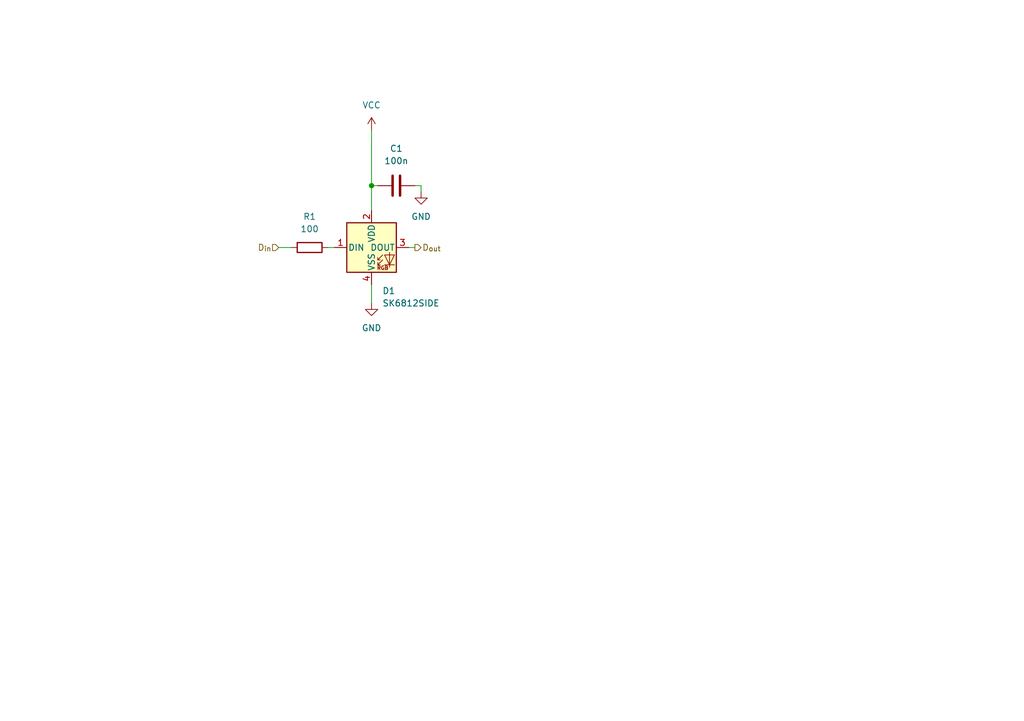
<source format=kicad_sch>
(kicad_sch (version 20230121) (generator eeschema)
  (paper "A5")
  (lib_symbols
    (symbol "Device:C" (pin_numbers hide) (pin_names (offset 0.254))
      (property "Reference" "C" (at 0.635 2.54 0))
      (property "Value" "C" (at 0.635 -2.54 0))
      (symbol "C_0_1"
        (polyline (pts (xy -2.032 -0.762) (xy 2.032 -0.762)) (stroke (width 0.508)))
        (polyline (pts (xy -2.032 0.762) (xy 2.032 0.762)) (stroke (width 0.508)))
      )
      (symbol "C_1_1"
        (pin passive line (at 0 3.81 270) (length 2.794) (name "~") (number "1"))
        (pin passive line (at 0 -3.81 90) (length 2.794) (name "~") (number "2"))
      )
    )
    (symbol "Device:R" (pin_numbers hide) (pin_names (offset 0))
      (property "Reference" "R" (at 2.032 0 90))
      (property "Value" "R" (at 0 0 90))
      (symbol "R_0_1"
        (rectangle (start -1.016 -2.54) (end 1.016 2.54) (stroke (width 0.254)))
      )
      (symbol "R_1_1"
        (pin passive line (at 0 3.81 270) (length 1.27) (name "~") (number "1"))
        (pin passive line (at 0 -3.81 90) (length 1.27) (name "~") (number "2"))
      )
    )
    (symbol "LED-project:SK6812SIDE" (pin_names (offset 0.254))
      (property "Reference" "D" (at 5.08 5.715 0))
      (property "Value" "SK6812SIDE" (at 1.27 -5.715 0))
      (symbol "SK6812SIDE_0_0"
        (text "RGB" (at 2.286 -4.191 0) (effects (font (size 0.762 0.762))))
      )
      (symbol "SK6812SIDE_0_1"
        (rectangle (start -5.08 5.08) (end 5.08 -5.08) (stroke (width 0.254)) (fill (type background)))
        (polyline (pts (xy 1.27 -3.556) (xy 1.778 -3.556)))
        (polyline (pts (xy 1.27 -2.54) (xy 1.778 -2.54)))
        (polyline (pts (xy 4.699 -3.556) (xy 2.667 -3.556)))
        (polyline (pts (xy 2.286 -2.54) (xy 1.27 -3.556) (xy 1.27 -3.048)))
        (polyline (pts (xy 2.286 -1.524) (xy 1.27 -2.54) (xy 1.27 -2.032)))
        (polyline (pts (xy 3.683 -1.016) (xy 3.683 -3.556) (xy 3.683 -4.064)))
        (polyline (pts (xy 4.699 -1.524) (xy 2.667 -1.524) (xy 3.683 -3.556) (xy 4.699 -1.524)))
      )
      (symbol "SK6812SIDE_1_1"
        (pin input line (at -7.62 0 0) (length 2.54) (name "DIN") (number "1"))
        (pin power_in line (at 0 7.62 270) (length 2.54) (name "VDD") (number "2"))
        (pin output line (at 7.62 0 180) (length 2.54) (name "DOUT") (number "3"))
        (pin power_in line (at 0 -7.62 90) (length 2.54) (name "VSS") (number "4"))
      )
    )
    (symbol "power:GND" (power) (pin_names (offset 0))
      (property "Value" "GND" (at 0 -3.81 0))
      (symbol "GND_0_1"
        (polyline (pts (xy 0 0) (xy 0 -1.27) (xy 1.27 -1.27) (xy 0 -2.54) (xy -1.27 -1.27) (xy 0 -1.27)))
      )
      (symbol "GND_1_1"
        (pin power_in line (at 0 0 270) (length 0) hide (name "GND") (number "1"))
      )
    )
    (symbol "power:VCC" (power) (pin_names (offset 0))
      (property "Value" "VCC" (at 0 3.81 0))
      (symbol "VCC_0_1"
        (polyline (pts (xy -0.762 1.27) (xy 0 2.54)))
        (polyline (pts (xy 0 0) (xy 0 2.54)))
        (polyline (pts (xy 0 2.54) (xy 0.762 1.27)))
      )
      (symbol "VCC_1_1"
        (pin power_in line (at 0 0 90) (length 0) hide (name "VCC") (number "1"))
      )
    )
  )
  (junction (at 76.2 38.1))
  (wire (pts (xy 57.15 50.8) (xy 59.69 50.8)))
  (wire (pts (xy 76.2 38.1) (xy 77.47 38.1)))
  (wire (pts (xy 67.31 50.8) (xy 68.58 50.8)))
  (wire (pts (xy 86.36 38.1) (xy 86.36 39.37)))
  (wire (pts (xy 76.2 43.18) (xy 76.2 38.1)))
  (wire (pts (xy 76.2 26.67) (xy 76.2 38.1)))
  (wire (pts (xy 83.82 50.8) (xy 85.09 50.8)))
  (wire (pts (xy 85.09 38.1) (xy 86.36 38.1)))
  (wire (pts (xy 76.2 58.42) (xy 76.2 62.23)))
  (hierarchical_label "D_{out}" (shape output) (at 85.09 50.8 0))
  (hierarchical_label "D_{in}" (shape input) (at 57.15 50.8 180))
  (symbol (lib_id "LED-project:SK6812SIDE") (at 76.2 50.8 0) (unit 1)
    (property "Reference" "D1" (at 78.3941 59.69 0) (effects (justify left)))
    (property "Value" "SK6812SIDE" (at 78.3941 62.23 0) (effects (justify left)))
    (property "Footprint" "LED_SMD-project:LED-SMD_4P-L4.0-W1.6-L" (effects hide))
    (property "Datasheet" "https://datasheet.lcsc.com/lcsc/2303300930_OPSCO-Optoelectronics-SK6812SIDE-A_C5378721.pdf" (effects hide))
    (property "LCSC" "C5378721" (effects hide))
    (instances (project "geheimbadge" (path "" (reference "D1") (unit 1)) (path "" (reference "D7") (unit 1)) (path "" (reference "D13") (unit 1)) (path "" (reference "D12") (unit 1)) (path "" (reference "D11") (unit 1)) (path "" (reference "D9") (unit 1)) (path "" (reference "D27") (unit 1)) (path "" (reference "D1") (unit 1)) (path "" (reference "D2") (unit 1)) (path "" (reference "D3") (unit 1)) (path "" (reference "D6") (unit 1)) (path "" (reference "D29") (unit 1)) (path "" (reference "D28") (unit 1)) (path "" (reference "D30") (unit 1)) (path "" (reference "D31") (unit 1)) (path "" (reference "D33") (unit 1)) (path "" (reference "D32") (unit 1)) (path "" (reference "D18") (unit 1)) (path "" (reference "D17") (unit 1)) (path "" (reference "D19") (unit 1)) (path "" (reference "D20") (unit 1)) (path "" (reference "D14") (unit 1)) (path "" (reference "D15") (unit 1)) (path "" (reference "D16") (unit 1)) (path "" (reference "D23") (unit 1)) (path "" (reference "D25") (unit 1)) (path "" (reference "D26") (unit 1)) (path "" (reference "D24") (unit 1)) (path "" (reference "D36") (unit 1)) (path "" (reference "D22") (unit 1)) (path "" (reference "D21") (unit 1)) (path "" (reference "D35") (unit 1)) (path "" (reference "D5") (unit 1)) (path "" (reference "D37") (unit 1)) (path "" (reference "D38") (unit 1)) (path "" (reference "D10") (unit 1)) (path "" (reference "D8") (unit 1)) (path "" (reference "D34") (unit 1)) (path "" (reference "D4") (unit 1))))
  )
  (symbol (lib_id "Device:R") (at 63.5 50.8 90) (unit 1)
    (property "Reference" "R1" (at 63.5 44.45 90))
    (property "Value" "100" (at 63.5 46.99 90))
    (property "Footprint" "Resistor_SMD:R_0402_1005Metric" (effects hide))
    (property "LCSC" "C25076" (effects hide))
    (instances (project "geheimbadge" (path "" (reference "R1") (unit 1)) (path "" (reference "R7") (unit 1)) (path "" (reference "R13") (unit 1)) (path "" (reference "R12") (unit 1)) (path "" (reference "R11") (unit 1)) (path "" (reference "R9") (unit 1)) (path "" (reference "R27") (unit 1)) (path "" (reference "R1") (unit 1)) (path "" (reference "R2") (unit 1)) (path "" (reference "R3") (unit 1)) (path "" (reference "R6") (unit 1)) (path "" (reference "R29") (unit 1)) (path "" (reference "R28") (unit 1)) (path "" (reference "R30") (unit 1)) (path "" (reference "R31") (unit 1)) (path "" (reference "R33") (unit 1)) (path "" (reference "R32") (unit 1)) (path "" (reference "R18") (unit 1)) (path "" (reference "R17") (unit 1)) (path "" (reference "R19") (unit 1)) (path "" (reference "R20") (unit 1)) (path "" (reference "R14") (unit 1)) (path "" (reference "R15") (unit 1)) (path "" (reference "R16") (unit 1)) (path "" (reference "R23") (unit 1)) (path "" (reference "R25") (unit 1)) (path "" (reference "R26") (unit 1)) (path "" (reference "R24") (unit 1)) (path "" (reference "R36") (unit 1)) (path "" (reference "R22") (unit 1)) (path "" (reference "R21") (unit 1)) (path "" (reference "R35") (unit 1)) (path "" (reference "R5") (unit 1)) (path "" (reference "R37") (unit 1)) (path "" (reference "R38") (unit 1)) (path "" (reference "R10") (unit 1)) (path "" (reference "R8") (unit 1)) (path "" (reference "R34") (unit 1)) (path "" (reference "R4") (unit 1))))
  )
  (symbol (lib_id "power:GND") (at 86.36 39.37 0) (unit 1)
    (property "Reference" "#PWR01" (effects hide))
    (property "Value" "GND" (at 86.36 44.45 0))
    (instances (project "geheimbadge" (path "" (reference "#PWR01") (unit 1)) (path "" (reference "#PWR022") (unit 1)) (path "" (reference "#PWR040") (unit 1)) (path "" (reference "#PWR037") (unit 1)) (path "" (reference "#PWR034") (unit 1)) (path "" (reference "#PWR028") (unit 1)) (path "" (reference "#PWR082") (unit 1)) (path "" (reference "#PWR04") (unit 1)) (path "" (reference "#PWR07") (unit 1)) (path "" (reference "#PWR010") (unit 1)) (path "" (reference "#PWR019") (unit 1)) (path "" (reference "#PWR088") (unit 1)) (path "" (reference "#PWR085") (unit 1)) (path "" (reference "#PWR091") (unit 1)) (path "" (reference "#PWR094") (unit 1)) (path "" (reference "#PWR0100") (unit 1)) (path "" (reference "#PWR097") (unit 1)) (path "" (reference "#PWR055") (unit 1)) (path "" (reference "#PWR052") (unit 1)) (path "" (reference "#PWR058") (unit 1)) (path "" (reference "#PWR061") (unit 1)) (path "" (reference "#PWR043") (unit 1)) (path "" (reference "#PWR046") (unit 1)) (path "" (reference "#PWR049") (unit 1)) (path "" (reference "#PWR070") (unit 1)) (path "" (reference "#PWR076") (unit 1)) (path "" (reference "#PWR079") (unit 1)) (path "" (reference "#PWR073") (unit 1)) (path "" (reference "#PWR0109") (unit 1)) (path "" (reference "#PWR067") (unit 1)) (path "" (reference "#PWR064") (unit 1)) (path "" (reference "#PWR0106") (unit 1)) (path "" (reference "#PWR016") (unit 1)) (path "" (reference "#PWR0112") (unit 1)) (path "" (reference "#PWR0115") (unit 1)) (path "" (reference "#PWR031") (unit 1)) (path "" (reference "#PWR025") (unit 1)) (path "" (reference "#PWR0103") (unit 1)) (path "" (reference "#PWR013") (unit 1))))
  )
  (symbol (lib_id "power:VCC") (at 76.2 26.67 0) (unit 1)
    (property "Reference" "#PWR014" (effects hide))
    (property "Value" "VCC" (at 76.2 21.59 0))
    (instances (project "geheimbadge" (path "" (reference "#PWR014") (unit 1)) (path "" (reference "#PWR021") (unit 1)) (path "" (reference "#PWR039") (unit 1)) (path "" (reference "#PWR036") (unit 1)) (path "" (reference "#PWR033") (unit 1)) (path "" (reference "#PWR027") (unit 1)) (path "" (reference "#PWR081") (unit 1)) (path "" (reference "#PWR03") (unit 1)) (path "" (reference "#PWR06") (unit 1)) (path "" (reference "#PWR09") (unit 1)) (path "" (reference "#PWR018") (unit 1)) (path "" (reference "#PWR087") (unit 1)) (path "" (reference "#PWR084") (unit 1)) (path "" (reference "#PWR090") (unit 1)) (path "" (reference "#PWR093") (unit 1)) (path "" (reference "#PWR099") (unit 1)) (path "" (reference "#PWR096") (unit 1)) (path "" (reference "#PWR054") (unit 1)) (path "" (reference "#PWR051") (unit 1)) (path "" (reference "#PWR057") (unit 1)) (path "" (reference "#PWR060") (unit 1)) (path "" (reference "#PWR042") (unit 1)) (path "" (reference "#PWR045") (unit 1)) (path "" (reference "#PWR048") (unit 1)) (path "" (reference "#PWR069") (unit 1)) (path "" (reference "#PWR075") (unit 1)) (path "" (reference "#PWR078") (unit 1)) (path "" (reference "#PWR072") (unit 1)) (path "" (reference "#PWR0108") (unit 1)) (path "" (reference "#PWR066") (unit 1)) (path "" (reference "#PWR063") (unit 1)) (path "" (reference "#PWR0105") (unit 1)) (path "" (reference "#PWR015") (unit 1)) (path "" (reference "#PWR0111") (unit 1)) (path "" (reference "#PWR0114") (unit 1)) (path "" (reference "#PWR030") (unit 1)) (path "" (reference "#PWR024") (unit 1)) (path "" (reference "#PWR0102") (unit 1)) (path "" (reference "#PWR012") (unit 1))))
  )
  (symbol (lib_id "power:GND") (at 76.2 62.23 0) (unit 1)
    (property "Reference" "#PWR013" (effects hide))
    (property "Value" "GND" (at 76.2 67.31 0))
    (instances (project "geheimbadge" (path "" (reference "#PWR013") (unit 1)) (path "" (reference "#PWR023") (unit 1)) (path "" (reference "#PWR041") (unit 1)) (path "" (reference "#PWR038") (unit 1)) (path "" (reference "#PWR035") (unit 1)) (path "" (reference "#PWR029") (unit 1)) (path "" (reference "#PWR083") (unit 1)) (path "" (reference "#PWR05") (unit 1)) (path "" (reference "#PWR08") (unit 1)) (path "" (reference "#PWR011") (unit 1)) (path "" (reference "#PWR020") (unit 1)) (path "" (reference "#PWR089") (unit 1)) (path "" (reference "#PWR086") (unit 1)) (path "" (reference "#PWR092") (unit 1)) (path "" (reference "#PWR095") (unit 1)) (path "" (reference "#PWR0101") (unit 1)) (path "" (reference "#PWR098") (unit 1)) (path "" (reference "#PWR056") (unit 1)) (path "" (reference "#PWR053") (unit 1)) (path "" (reference "#PWR059") (unit 1)) (path "" (reference "#PWR062") (unit 1)) (path "" (reference "#PWR044") (unit 1)) (path "" (reference "#PWR047") (unit 1)) (path "" (reference "#PWR050") (unit 1)) (path "" (reference "#PWR071") (unit 1)) (path "" (reference "#PWR077") (unit 1)) (path "" (reference "#PWR080") (unit 1)) (path "" (reference "#PWR074") (unit 1)) (path "" (reference "#PWR0110") (unit 1)) (path "" (reference "#PWR068") (unit 1)) (path "" (reference "#PWR065") (unit 1)) (path "" (reference "#PWR0107") (unit 1)) (path "" (reference "#PWR017") (unit 1)) (path "" (reference "#PWR0113") (unit 1)) (path "" (reference "#PWR0116") (unit 1)) (path "" (reference "#PWR032") (unit 1)) (path "" (reference "#PWR026") (unit 1)) (path "" (reference "#PWR0104") (unit 1)) (path "" (reference "#PWR014") (unit 1))))
  )
  (symbol (lib_id "Device:C") (at 81.28 38.1 90) (unit 1)
    (property "Reference" "C1" (at 81.28 30.48 90))
    (property "Value" "100n" (at 81.28 33.02 90))
    (property "Footprint" "Capacitor_SMD:C_0402_1005Metric" (effects hide))
    (property "LCSC" "C1525" (effects hide))
    (instances (project "geheimbadge" (path "" (reference "C1") (unit 1)) (path "" (reference "C7") (unit 1)) (path "" (reference "C13") (unit 1)) (path "" (reference "C12") (unit 1)) (path "" (reference "C11") (unit 1)) (path "" (reference "C9") (unit 1)) (path "" (reference "C27") (unit 1)) (path "" (reference "C1") (unit 1)) (path "" (reference "C2") (unit 1)) (path "" (reference "C3") (unit 1)) (path "" (reference "C6") (unit 1)) (path "" (reference "C29") (unit 1)) (path "" (reference "C28") (unit 1)) (path "" (reference "C30") (unit 1)) (path "" (reference "C31") (unit 1)) (path "" (reference "C33") (unit 1)) (path "" (reference "C32") (unit 1)) (path "" (reference "C18") (unit 1)) (path "" (reference "C17") (unit 1)) (path "" (reference "C19") (unit 1)) (path "" (reference "C20") (unit 1)) (path "" (reference "C14") (unit 1)) (path "" (reference "C15") (unit 1)) (path "" (reference "C16") (unit 1)) (path "" (reference "C23") (unit 1)) (path "" (reference "C25") (unit 1)) (path "" (reference "C26") (unit 1)) (path "" (reference "C24") (unit 1)) (path "" (reference "C36") (unit 1)) (path "" (reference "C22") (unit 1)) (path "" (reference "C21") (unit 1)) (path "" (reference "C35") (unit 1)) (path "" (reference "C5") (unit 1)) (path "" (reference "C37") (unit 1)) (path "" (reference "C38") (unit 1)) (path "" (reference "C10") (unit 1)) (path "" (reference "C8") (unit 1)) (path "" (reference "C34") (unit 1)) (path "" (reference "C4") (unit 1))))
  )
)
</source>
